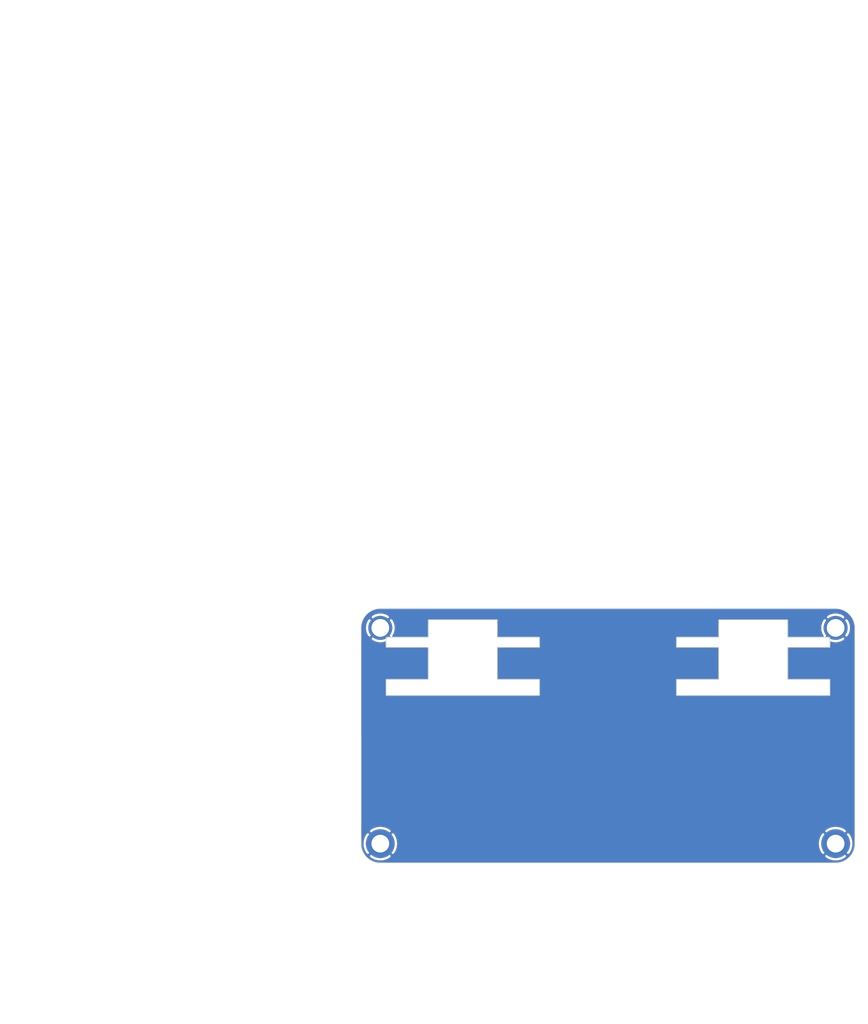
<source format=kicad_pcb>
(kicad_pcb (version 20171130) (host pcbnew 5.1.9-73d0e3b20d~88~ubuntu20.04.1)

  (general
    (thickness 1.6)
    (drawings 44)
    (tracks 0)
    (zones 0)
    (modules 4)
    (nets 2)
  )

  (page A4)
  (layers
    (0 F.Cu signal)
    (31 B.Cu signal)
    (32 B.Adhes user)
    (33 F.Adhes user)
    (34 B.Paste user)
    (35 F.Paste user)
    (36 B.SilkS user)
    (37 F.SilkS user)
    (38 B.Mask user)
    (39 F.Mask user)
    (40 Dwgs.User user)
    (41 Cmts.User user)
    (42 Eco1.User user)
    (43 Eco2.User user)
    (44 Edge.Cuts user)
    (45 Margin user)
    (46 B.CrtYd user)
    (47 F.CrtYd user)
    (48 B.Fab user)
    (49 F.Fab user)
  )

  (setup
    (last_trace_width 0.25)
    (user_trace_width 0.3)
    (user_trace_width 0.4)
    (user_trace_width 0.5)
    (user_trace_width 0.6)
    (user_trace_width 0.8)
    (user_trace_width 1)
    (user_trace_width 0.3)
    (user_trace_width 0.4)
    (user_trace_width 0.5)
    (user_trace_width 0.6)
    (user_trace_width 0.8)
    (user_trace_width 1)
    (user_trace_width 0.3)
    (user_trace_width 0.4)
    (user_trace_width 0.5)
    (user_trace_width 0.6)
    (user_trace_width 0.8)
    (user_trace_width 1)
    (user_trace_width 0.3)
    (user_trace_width 0.4)
    (user_trace_width 0.5)
    (user_trace_width 0.6)
    (user_trace_width 0.8)
    (user_trace_width 1)
    (user_trace_width 0.3)
    (user_trace_width 0.4)
    (user_trace_width 0.5)
    (user_trace_width 0.6)
    (user_trace_width 0.8)
    (user_trace_width 1)
    (trace_clearance 0.2)
    (zone_clearance 0)
    (zone_45_only no)
    (trace_min 0.2)
    (via_size 0.6)
    (via_drill 0.4)
    (via_min_size 0.4)
    (via_min_drill 0.3)
    (uvia_size 0.3)
    (uvia_drill 0.1)
    (uvias_allowed no)
    (uvia_min_size 0.2)
    (uvia_min_drill 0.1)
    (edge_width 0.15)
    (segment_width 0.15)
    (pcb_text_width 0.3)
    (pcb_text_size 1.5 1.5)
    (mod_edge_width 0.15)
    (mod_text_size 1 1)
    (mod_text_width 0.15)
    (pad_size 5 5)
    (pad_drill 3.7)
    (pad_to_mask_clearance 0.2)
    (aux_axis_origin 0 0)
    (grid_origin 135.39724 84.19084)
    (visible_elements FFFFF77F)
    (pcbplotparams
      (layerselection 0x01000_ffffffff)
      (usegerberextensions false)
      (usegerberattributes true)
      (usegerberadvancedattributes true)
      (creategerberjobfile true)
      (excludeedgelayer true)
      (linewidth 0.100000)
      (plotframeref false)
      (viasonmask false)
      (mode 1)
      (useauxorigin false)
      (hpglpennumber 1)
      (hpglpenspeed 20)
      (hpglpendiameter 15.000000)
      (psnegative false)
      (psa4output false)
      (plotreference true)
      (plotvalue true)
      (plotinvisibletext false)
      (padsonsilk false)
      (subtractmaskfromsilk false)
      (outputformat 1)
      (mirror false)
      (drillshape 0)
      (scaleselection 1)
      (outputdirectory "gerberPanel/"))
  )

  (net 0 "")
  (net 1 GND)

  (net_class Default "This is the default net class."
    (clearance 0.2)
    (trace_width 0.25)
    (via_dia 0.6)
    (via_drill 0.4)
    (uvia_dia 0.3)
    (uvia_drill 0.1)
    (add_net GND)
  )

  (module Pin_Headers:Pin_Header_Straight_1x01_Pitch2.54mm (layer F.Cu) (tedit 59F76A34) (tstamp 60B0DCEA)
    (at 134.5438 111.73968)
    (descr "Through hole straight pin header, 1x01, 2.54mm pitch, single row")
    (tags "Through hole pin header THT 1x01 2.54mm single row")
    (fp_text reference REF** (at 0 -2.33) (layer F.SilkS) hide
      (effects (font (size 1 1) (thickness 0.15)))
    )
    (fp_text value Pin_Header_Straight_1x01_Pitch2.54mm (at 0 2.33) (layer F.Fab) hide
      (effects (font (size 1 1) (thickness 0.15)))
    )
    (pad 1 thru_hole circle (at 0 0) (size 6 6) (drill 3.7) (layers *.Cu *.Mask)
      (net 1 GND))
    (model ${KISYS3DMOD}/Pin_Headers.3dshapes/Pin_Header_Straight_1x01_Pitch2.54mm.wrl
      (at (xyz 0 0 0))
      (scale (xyz 1 1 1))
      (rotate (xyz 0 0 0))
    )
  )

  (module Pin_Headers:Pin_Header_Straight_1x01_Pitch2.54mm (layer F.Cu) (tedit 60B1586A) (tstamp 60B0DD71)
    (at 39.51732 66.73596)
    (descr "Through hole straight pin header, 1x01, 2.54mm pitch, single row")
    (tags "Through hole pin header THT 1x01 2.54mm single row")
    (fp_text reference REF** (at 0 -2.33) (layer F.SilkS) hide
      (effects (font (size 1 1) (thickness 0.15)))
    )
    (fp_text value Pin_Header_Straight_1x01_Pitch2.54mm (at 0 2.33) (layer F.Fab) hide
      (effects (font (size 1 1) (thickness 0.15)))
    )
    (pad 1 thru_hole circle (at 0 0) (size 5 5) (drill 3.7) (layers *.Cu *.Mask)
      (net 1 GND))
    (model ${KISYS3DMOD}/Pin_Headers.3dshapes/Pin_Header_Straight_1x01_Pitch2.54mm.wrl
      (at (xyz 0 0 0))
      (scale (xyz 1 1 1))
      (rotate (xyz 0 0 0))
    )
  )

  (module Pin_Headers:Pin_Header_Straight_1x01_Pitch2.54mm (layer F.Cu) (tedit 60B15875) (tstamp 60B0DD39)
    (at 134.5438 66.7385)
    (descr "Through hole straight pin header, 1x01, 2.54mm pitch, single row")
    (tags "Through hole pin header THT 1x01 2.54mm single row")
    (fp_text reference REF** (at 0 -2.33) (layer F.SilkS) hide
      (effects (font (size 1 1) (thickness 0.15)))
    )
    (fp_text value Pin_Header_Straight_1x01_Pitch2.54mm (at 0 2.33) (layer F.Fab) hide
      (effects (font (size 1 1) (thickness 0.15)))
    )
    (pad 1 thru_hole circle (at 0 0) (size 5 5) (drill 3.7) (layers *.Cu *.Mask)
      (net 1 GND))
    (model ${KISYS3DMOD}/Pin_Headers.3dshapes/Pin_Header_Straight_1x01_Pitch2.54mm.wrl
      (at (xyz 0 0 0))
      (scale (xyz 1 1 1))
      (rotate (xyz 0 0 0))
    )
  )

  (module Pin_Headers:Pin_Header_Straight_1x01_Pitch2.54mm (layer F.Cu) (tedit 59F76A38) (tstamp 60B0DD60)
    (at 39.51732 111.73968)
    (descr "Through hole straight pin header, 1x01, 2.54mm pitch, single row")
    (tags "Through hole pin header THT 1x01 2.54mm single row")
    (fp_text reference REF** (at 0 -2.33) (layer F.SilkS) hide
      (effects (font (size 1 1) (thickness 0.15)))
    )
    (fp_text value Pin_Header_Straight_1x01_Pitch2.54mm (at 0 2.33) (layer F.Fab) hide
      (effects (font (size 1 1) (thickness 0.15)))
    )
    (pad 1 thru_hole circle (at 0 0) (size 6 6) (drill 3.7) (layers *.Cu *.Mask)
      (net 1 GND))
    (model ${KISYS3DMOD}/Pin_Headers.3dshapes/Pin_Header_Straight_1x01_Pitch2.54mm.wrl
      (at (xyz 0 0 0))
      (scale (xyz 1 1 1))
      (rotate (xyz 0 0 0))
    )
  )

  (gr_line (start 49.53724 68.68084) (end 40.73724 68.68084) (layer Edge.Cuts) (width 0.15) (tstamp 60B13E6D))
  (gr_line (start 40.73724 70.78084) (end 49.53724 70.78084) (layer Edge.Cuts) (width 0.15) (tstamp 60B13E6C))
  (gr_line (start 40.73724 68.68084) (end 40.73724 70.78084) (layer Edge.Cuts) (width 0.15) (tstamp 60B13E6B))
  (gr_line (start 72.73724 70.78084) (end 63.93724 70.78084) (layer Edge.Cuts) (width 0.15) (tstamp 60B13E6A))
  (gr_line (start 72.73724 68.68084) (end 72.73724 70.78084) (layer Edge.Cuts) (width 0.15) (tstamp 60B13E69))
  (gr_line (start 63.93724 68.68084) (end 72.73724 68.68084) (layer Edge.Cuts) (width 0.15) (tstamp 60B13E68))
  (gr_line (start 49.53724 77.48084) (end 40.73724 77.48084) (layer Edge.Cuts) (width 0.15) (tstamp 60B13E67))
  (gr_line (start 49.53724 65.03084) (end 63.93724 65.03084) (layer Edge.Cuts) (width 0.15) (tstamp 60B13E66))
  (gr_line (start 63.93724 65.03084) (end 63.93724 68.68084) (layer Edge.Cuts) (width 0.15) (tstamp 60B13E65))
  (gr_line (start 72.73724 80.83084) (end 40.73724 80.83084) (layer Edge.Cuts) (width 0.15) (tstamp 60B13E64))
  (gr_line (start 49.53724 68.68084) (end 49.53724 65.03084) (layer Edge.Cuts) (width 0.15) (tstamp 60B13E63))
  (gr_line (start 49.53724 70.78084) (end 49.53724 77.48084) (layer Edge.Cuts) (width 0.15) (tstamp 60B13E62))
  (gr_line (start 63.93724 70.78084) (end 63.93724 77.48084) (layer Edge.Cuts) (width 0.15) (tstamp 60B13E61))
  (gr_line (start 40.73724 77.48084) (end 40.73724 80.83084) (layer Edge.Cuts) (width 0.15) (tstamp 60B13E60))
  (gr_line (start 63.93724 77.48084) (end 72.73724 77.48084) (layer Edge.Cuts) (width 0.15) (tstamp 60B13E5F))
  (gr_line (start 72.73724 77.48084) (end 72.73724 80.83084) (layer Edge.Cuts) (width 0.15) (tstamp 60B13E5E))
  (gr_line (start 110.13724 77.48084) (end 101.33724 77.48084) (layer Edge.Cuts) (width 0.15) (tstamp 60B0E705))
  (gr_line (start 101.33724 77.48084) (end 101.33724 80.83084) (layer Edge.Cuts) (width 0.15) (tstamp 60B13DFC))
  (gr_line (start 124.53724 77.48084) (end 133.33724 77.48084) (layer Edge.Cuts) (width 0.15) (tstamp 60B0E6AC))
  (gr_line (start 133.33724 77.48084) (end 133.33724 80.83084) (layer Edge.Cuts) (width 0.15) (tstamp 60B0E6AA))
  (gr_line (start 124.53724 68.68084) (end 133.33724 68.68084) (layer Edge.Cuts) (width 0.15) (tstamp 60B0E356))
  (gr_line (start 133.33724 68.68084) (end 133.33724 70.78084) (layer Edge.Cuts) (width 0.15) (tstamp 60B0E355))
  (gr_line (start 133.33724 70.78084) (end 124.53724 70.78084) (layer Edge.Cuts) (width 0.15) (tstamp 60B0E354))
  (gr_line (start 101.33724 68.68084) (end 101.33724 70.78084) (layer Edge.Cuts) (width 0.15) (tstamp 60B0E331))
  (gr_line (start 101.33724 70.78084) (end 110.13724 70.78084) (layer Edge.Cuts) (width 0.15) (tstamp 60B0E330))
  (gr_line (start 110.13724 68.68084) (end 101.33724 68.68084) (layer Edge.Cuts) (width 0.15) (tstamp 60B0E32F))
  (gr_line (start 35.51682 111.74804) (end 35.51744 66.741039) (layer Edge.Cuts) (width 0.1))
  (gr_line (start 134.54724 62.72084) (end 39.52748 62.72084) (layer Edge.Cuts) (width 0.1))
  (gr_line (start 138.53724 66.71084) (end 138.535722 111.74804) (layer Edge.Cuts) (width 0.1))
  (gr_arc (start 39.53256 66.73596) (end 39.52748 62.72084) (angle -89.99998573) (layer Edge.Cuts) (width 0.1) (tstamp 60B0DE30))
  (gr_arc (start 134.54724 66.71084) (end 138.53724 66.71084) (angle -90) (layer Edge.Cuts) (width 0.1) (tstamp 60B0DB5B))
  (gr_line (start 124.53724 70.78084) (end 124.53724 77.49084) (layer Edge.Cuts) (width 0.15) (tstamp 60AFB126))
  (gr_line (start 110.13724 70.78084) (end 110.13724 77.49084) (layer Edge.Cuts) (width 0.15) (tstamp 60AFB092))
  (gr_line (start 110.13724 68.68084) (end 110.13724 65.04084) (layer Edge.Cuts) (width 0.15) (tstamp 60AFAC57))
  (gr_line (start 133.33724 80.83084) (end 101.33724 80.83084) (layer Edge.Cuts) (width 0.15) (tstamp 60B13A8D))
  (gr_line (start 124.53724 65.04084) (end 124.53724 68.68084) (layer Edge.Cuts) (width 0.15))
  (gr_line (start 110.13724 65.04084) (end 124.53724 65.04084) (layer Edge.Cuts) (width 0.15) (tstamp 60B13DAD))
  (gr_line (start -9.398164 149.33084) (end -9.398164 149.33084) (layer Edge.Cuts) (width 0.1))
  (gr_line (start 134.545722 115.73804) (end 39.50682 115.73804) (layer Edge.Cuts) (width 0.1) (tstamp 607F3905))
  (gr_arc (start 134.545722 111.74804) (end 134.545722 115.73804) (angle -90) (layer Edge.Cuts) (width 0.1) (tstamp 607F3902))
  (gr_arc (start 39.50682 111.74804) (end 35.51682 111.74804) (angle -90) (layer Edge.Cuts) (width 0.1) (tstamp 60B0DEC6))
  (gr_line (start -20.15 -64.2) (end -20.15 -64.2) (layer Edge.Cuts) (width 0.1))
  (gr_line (start -22.76276 21.29084) (end -22.76276 21.29084) (layer Edge.Cuts) (width 0.1))
  (gr_line (start -39.80276 22.28084) (end -39.80276 22.28084) (layer Edge.Cuts) (width 0.1))

  (zone (net 1) (net_name GND) (layer F.Cu) (tstamp 0) (hatch edge 0.508)
    (connect_pads (clearance 0))
    (min_thickness 0.254)
    (fill yes (arc_segments 32) (thermal_gap 0.508) (thermal_bridge_width 0.508))
    (polygon
      (pts
        (xy 141.31724 118.98084) (xy 32.86724 118.98084) (xy 32.86724 60.21084) (xy 141.31724 60.21084)
      )
    )
    (filled_polygon
      (pts
        (xy 135.287687 62.97129) (xy 135.999937 63.18633) (xy 136.656855 63.53562) (xy 137.23341 64.005848) (xy 137.707657 64.579112)
        (xy 138.061523 65.233573) (xy 138.281529 65.9443) (xy 138.360175 66.692565) (xy 138.360241 66.711367) (xy 138.358723 111.73938)
        (xy 138.285271 112.488491) (xy 138.07023 113.20074) (xy 137.720943 113.857652) (xy 137.250714 114.434211) (xy 136.67745 114.908457)
        (xy 136.022989 115.262323) (xy 135.312262 115.482329) (xy 134.563997 115.560975) (xy 134.545393 115.56104) (xy 39.515474 115.56104)
        (xy 38.766369 115.487589) (xy 38.05412 115.272548) (xy 37.397208 114.923261) (xy 36.820649 114.453032) (xy 36.692698 114.298366)
        (xy 37.138239 114.298366) (xy 37.474426 114.767548) (xy 38.104388 115.107917) (xy 38.788647 115.318846) (xy 39.500909 115.39223)
        (xy 40.213802 115.325249) (xy 40.899929 115.120476) (xy 41.532923 114.785782) (xy 41.560214 114.767548) (xy 41.896401 114.298366)
        (xy 132.164719 114.298366) (xy 132.500906 114.767548) (xy 133.130868 115.107917) (xy 133.815127 115.318846) (xy 134.527389 115.39223)
        (xy 135.240282 115.325249) (xy 135.926409 115.120476) (xy 136.559403 114.785782) (xy 136.586694 114.767548) (xy 136.922881 114.298366)
        (xy 134.5438 111.919285) (xy 132.164719 114.298366) (xy 41.896401 114.298366) (xy 39.51732 111.919285) (xy 37.138239 114.298366)
        (xy 36.692698 114.298366) (xy 36.346403 113.879768) (xy 35.992537 113.225307) (xy 35.772531 112.51458) (xy 35.693885 111.766315)
        (xy 35.693819 111.747424) (xy 35.693819 111.723269) (xy 35.86477 111.723269) (xy 35.931751 112.436162) (xy 36.136524 113.122289)
        (xy 36.471218 113.755283) (xy 36.489452 113.782574) (xy 36.958634 114.118761) (xy 39.337715 111.73968) (xy 39.696925 111.73968)
        (xy 42.076006 114.118761) (xy 42.545188 113.782574) (xy 42.885557 113.152612) (xy 43.096486 112.468353) (xy 43.16987 111.756091)
        (xy 43.166787 111.723269) (xy 130.89125 111.723269) (xy 130.958231 112.436162) (xy 131.163004 113.122289) (xy 131.497698 113.755283)
        (xy 131.515932 113.782574) (xy 131.985114 114.118761) (xy 134.364195 111.73968) (xy 134.723405 111.73968) (xy 137.102486 114.118761)
        (xy 137.571668 113.782574) (xy 137.912037 113.152612) (xy 138.122966 112.468353) (xy 138.19635 111.756091) (xy 138.129369 111.043198)
        (xy 137.924596 110.357071) (xy 137.589902 109.724077) (xy 137.571668 109.696786) (xy 137.102486 109.360599) (xy 134.723405 111.73968)
        (xy 134.364195 111.73968) (xy 131.985114 109.360599) (xy 131.515932 109.696786) (xy 131.175563 110.326748) (xy 130.964634 111.011007)
        (xy 130.89125 111.723269) (xy 43.166787 111.723269) (xy 43.102889 111.043198) (xy 42.898116 110.357071) (xy 42.563422 109.724077)
        (xy 42.545188 109.696786) (xy 42.076006 109.360599) (xy 39.696925 111.73968) (xy 39.337715 111.73968) (xy 36.958634 109.360599)
        (xy 36.489452 109.696786) (xy 36.149083 110.326748) (xy 35.938154 111.011007) (xy 35.86477 111.723269) (xy 35.693819 111.723269)
        (xy 35.693854 109.180994) (xy 37.138239 109.180994) (xy 39.51732 111.560075) (xy 41.896401 109.180994) (xy 132.164719 109.180994)
        (xy 134.5438 111.560075) (xy 136.922881 109.180994) (xy 136.586694 108.711812) (xy 135.956732 108.371443) (xy 135.272473 108.160514)
        (xy 134.560211 108.08713) (xy 133.847318 108.154111) (xy 133.161191 108.358884) (xy 132.528197 108.693578) (xy 132.500906 108.711812)
        (xy 132.164719 109.180994) (xy 41.896401 109.180994) (xy 41.560214 108.711812) (xy 40.930252 108.371443) (xy 40.245993 108.160514)
        (xy 39.533731 108.08713) (xy 38.820838 108.154111) (xy 38.134711 108.358884) (xy 37.501717 108.693578) (xy 37.474426 108.711812)
        (xy 37.138239 109.180994) (xy 35.693854 109.180994) (xy 35.694409 68.939108) (xy 37.493777 68.939108) (xy 37.769947 69.357078)
        (xy 38.314877 69.647609) (xy 38.906016 69.826247) (xy 39.520648 69.886128) (xy 40.135151 69.82495) (xy 40.53524 69.703123)
        (xy 40.535241 70.77091) (xy 40.534263 70.78084) (xy 40.538163 70.820439) (xy 40.549714 70.858516) (xy 40.568471 70.893608)
        (xy 40.593714 70.924366) (xy 40.624472 70.949609) (xy 40.659564 70.968366) (xy 40.697641 70.979917) (xy 40.72732 70.98284)
        (xy 40.73724 70.983817) (xy 40.74716 70.98284) (xy 49.33524 70.98284) (xy 49.335241 77.27884) (xy 40.74716 77.27884)
        (xy 40.73724 77.277863) (xy 40.72732 77.27884) (xy 40.697641 77.281763) (xy 40.659564 77.293314) (xy 40.624472 77.312071)
        (xy 40.593714 77.337314) (xy 40.568471 77.368072) (xy 40.549714 77.403164) (xy 40.538163 77.441241) (xy 40.534263 77.48084)
        (xy 40.53524 77.49076) (xy 40.535241 80.82091) (xy 40.534263 80.83084) (xy 40.538163 80.870439) (xy 40.549714 80.908516)
        (xy 40.568471 80.943608) (xy 40.593714 80.974366) (xy 40.624472 80.999609) (xy 40.659564 81.018366) (xy 40.697641 81.029917)
        (xy 40.72732 81.03284) (xy 40.73724 81.033817) (xy 40.74716 81.03284) (xy 72.72732 81.03284) (xy 72.73724 81.033817)
        (xy 72.74716 81.03284) (xy 72.776839 81.029917) (xy 72.814916 81.018366) (xy 72.850008 80.999609) (xy 72.880766 80.974366)
        (xy 72.906009 80.943608) (xy 72.924766 80.908516) (xy 72.936317 80.870439) (xy 72.940217 80.83084) (xy 72.93924 80.82092)
        (xy 72.93924 77.49076) (xy 72.940217 77.48084) (xy 72.936317 77.441241) (xy 72.924766 77.403164) (xy 72.906009 77.368072)
        (xy 72.880766 77.337314) (xy 72.850008 77.312071) (xy 72.814916 77.293314) (xy 72.776839 77.281763) (xy 72.74716 77.27884)
        (xy 72.73724 77.277863) (xy 72.72732 77.27884) (xy 64.13924 77.27884) (xy 64.13924 70.98284) (xy 72.72732 70.98284)
        (xy 72.73724 70.983817) (xy 72.74716 70.98284) (xy 72.776839 70.979917) (xy 72.814916 70.968366) (xy 72.850008 70.949609)
        (xy 72.880766 70.924366) (xy 72.906009 70.893608) (xy 72.924766 70.858516) (xy 72.936317 70.820439) (xy 72.940217 70.78084)
        (xy 72.93924 70.77092) (xy 72.93924 68.690759) (xy 72.940217 68.68084) (xy 101.134263 68.68084) (xy 101.13524 68.690759)
        (xy 101.135241 70.77091) (xy 101.134263 70.78084) (xy 101.138163 70.820439) (xy 101.149714 70.858516) (xy 101.168471 70.893608)
        (xy 101.193714 70.924366) (xy 101.224472 70.949609) (xy 101.259564 70.968366) (xy 101.297641 70.979917) (xy 101.32732 70.98284)
        (xy 101.33724 70.983817) (xy 101.34716 70.98284) (xy 109.93524 70.98284) (xy 109.935241 77.27884) (xy 101.34716 77.27884)
        (xy 101.33724 77.277863) (xy 101.32732 77.27884) (xy 101.297641 77.281763) (xy 101.259564 77.293314) (xy 101.224472 77.312071)
        (xy 101.193714 77.337314) (xy 101.168471 77.368072) (xy 101.149714 77.403164) (xy 101.138163 77.441241) (xy 101.134263 77.48084)
        (xy 101.13524 77.49076) (xy 101.135241 80.82091) (xy 101.134263 80.83084) (xy 101.138163 80.870439) (xy 101.149714 80.908516)
        (xy 101.168471 80.943608) (xy 101.193714 80.974366) (xy 101.224472 80.999609) (xy 101.259564 81.018366) (xy 101.297641 81.029917)
        (xy 101.32732 81.03284) (xy 101.33724 81.033817) (xy 101.34716 81.03284) (xy 133.32732 81.03284) (xy 133.33724 81.033817)
        (xy 133.34716 81.03284) (xy 133.376839 81.029917) (xy 133.414916 81.018366) (xy 133.450008 80.999609) (xy 133.480766 80.974366)
        (xy 133.506009 80.943608) (xy 133.524766 80.908516) (xy 133.536317 80.870439) (xy 133.540217 80.83084) (xy 133.53924 80.82092)
        (xy 133.53924 77.49076) (xy 133.540217 77.48084) (xy 133.536317 77.441241) (xy 133.524766 77.403164) (xy 133.506009 77.368072)
        (xy 133.480766 77.337314) (xy 133.450008 77.312071) (xy 133.414916 77.293314) (xy 133.376839 77.281763) (xy 133.34716 77.27884)
        (xy 133.33724 77.277863) (xy 133.32732 77.27884) (xy 124.73924 77.27884) (xy 124.73924 70.98284) (xy 133.32732 70.98284)
        (xy 133.33724 70.983817) (xy 133.34716 70.98284) (xy 133.376839 70.979917) (xy 133.414916 70.968366) (xy 133.450008 70.949609)
        (xy 133.480766 70.924366) (xy 133.506009 70.893608) (xy 133.524766 70.858516) (xy 133.536317 70.820439) (xy 133.540217 70.78084)
        (xy 133.53924 70.77092) (xy 133.53924 69.709948) (xy 133.932496 69.828787) (xy 134.547128 69.888668) (xy 135.161631 69.82749)
        (xy 135.752392 69.647603) (xy 136.291173 69.359618) (xy 136.567343 68.941648) (xy 134.5438 66.918105) (xy 132.983065 68.47884)
        (xy 132.623855 68.47884) (xy 134.364195 66.7385) (xy 134.723405 66.7385) (xy 136.746948 68.762043) (xy 137.164918 68.485873)
        (xy 137.455449 67.940943) (xy 137.634087 67.349804) (xy 137.693968 66.735172) (xy 137.63279 66.120669) (xy 137.452903 65.529908)
        (xy 137.164918 64.991127) (xy 136.746948 64.714957) (xy 134.723405 66.7385) (xy 134.364195 66.7385) (xy 132.340652 64.714957)
        (xy 131.922682 64.991127) (xy 131.632151 65.536057) (xy 131.453513 66.127196) (xy 131.393632 66.741828) (xy 131.45481 67.356331)
        (xy 131.634697 67.947092) (xy 131.918923 68.47884) (xy 124.73924 68.47884) (xy 124.73924 65.05076) (xy 124.740217 65.04084)
        (xy 124.736317 65.001241) (xy 124.724766 64.963164) (xy 124.706009 64.928072) (xy 124.680766 64.897314) (xy 124.650008 64.872071)
        (xy 124.614916 64.853314) (xy 124.576839 64.841763) (xy 124.54716 64.83884) (xy 124.53724 64.837863) (xy 124.52732 64.83884)
        (xy 110.14716 64.83884) (xy 110.13724 64.837863) (xy 110.12732 64.83884) (xy 110.097641 64.841763) (xy 110.059564 64.853314)
        (xy 110.024472 64.872071) (xy 109.993714 64.897314) (xy 109.968471 64.928072) (xy 109.949714 64.963164) (xy 109.938163 65.001241)
        (xy 109.934263 65.04084) (xy 109.935241 65.05077) (xy 109.93524 68.47884) (xy 101.34716 68.47884) (xy 101.33724 68.477863)
        (xy 101.32732 68.47884) (xy 101.297641 68.481763) (xy 101.259564 68.493314) (xy 101.224472 68.512071) (xy 101.193714 68.537314)
        (xy 101.168471 68.568072) (xy 101.149714 68.603164) (xy 101.138163 68.641241) (xy 101.134263 68.68084) (xy 72.940217 68.68084)
        (xy 72.936317 68.641241) (xy 72.924766 68.603164) (xy 72.906009 68.568072) (xy 72.880766 68.537314) (xy 72.850008 68.512071)
        (xy 72.814916 68.493314) (xy 72.776839 68.481763) (xy 72.74716 68.47884) (xy 72.73724 68.477863) (xy 72.72732 68.47884)
        (xy 64.13924 68.47884) (xy 64.13924 65.04076) (xy 64.140217 65.03084) (xy 64.136317 64.991241) (xy 64.124766 64.953164)
        (xy 64.106009 64.918072) (xy 64.080766 64.887314) (xy 64.050008 64.862071) (xy 64.014916 64.843314) (xy 63.976839 64.831763)
        (xy 63.94716 64.82884) (xy 63.93724 64.827863) (xy 63.92732 64.82884) (xy 49.54716 64.82884) (xy 49.53724 64.827863)
        (xy 49.52732 64.82884) (xy 49.497641 64.831763) (xy 49.459564 64.843314) (xy 49.424472 64.862071) (xy 49.393714 64.887314)
        (xy 49.368471 64.918072) (xy 49.349714 64.953164) (xy 49.338163 64.991241) (xy 49.334263 65.03084) (xy 49.335241 65.04077)
        (xy 49.33524 68.47884) (xy 42.140833 68.47884) (xy 42.428969 67.938403) (xy 42.607607 67.347264) (xy 42.667488 66.732632)
        (xy 42.60631 66.118129) (xy 42.426423 65.527368) (xy 42.138438 64.988587) (xy 41.720468 64.712417) (xy 39.696925 66.73596)
        (xy 41.439805 68.47884) (xy 41.080595 68.47884) (xy 39.51732 66.915565) (xy 37.493777 68.939108) (xy 35.694409 68.939108)
        (xy 35.69444 66.749586) (xy 35.695436 66.739288) (xy 36.367152 66.739288) (xy 36.42833 67.353791) (xy 36.608217 67.944552)
        (xy 36.896202 68.483333) (xy 37.314172 68.759503) (xy 39.337715 66.73596) (xy 37.314172 64.712417) (xy 36.896202 64.988587)
        (xy 36.605671 65.533517) (xy 36.427033 66.124656) (xy 36.367152 66.739288) (xy 35.695436 66.739288) (xy 35.767426 65.995391)
        (xy 35.982975 65.27818) (xy 36.333728 64.616493) (xy 36.4018 64.532812) (xy 37.493777 64.532812) (xy 39.51732 66.556355)
        (xy 41.538323 64.535352) (xy 132.520257 64.535352) (xy 134.5438 66.558895) (xy 136.567343 64.535352) (xy 136.291173 64.117382)
        (xy 135.746243 63.826851) (xy 135.155104 63.648213) (xy 134.540472 63.588332) (xy 133.925969 63.64951) (xy 133.335208 63.829397)
        (xy 132.796427 64.117382) (xy 132.520257 64.535352) (xy 41.538323 64.535352) (xy 41.540863 64.532812) (xy 41.264693 64.114842)
        (xy 40.719763 63.824311) (xy 40.128624 63.645673) (xy 39.513992 63.585792) (xy 38.899489 63.64697) (xy 38.308728 63.826857)
        (xy 37.769947 64.114842) (xy 37.493777 64.532812) (xy 36.4018 64.532812) (xy 36.806326 64.03553) (xy 37.382761 63.557432)
        (xy 38.041081 63.200402) (xy 38.756214 62.97804) (xy 39.50926 62.897928) (xy 39.527899 62.89784) (xy 134.538586 62.89784)
      )
    )
  )
  (zone (net 1) (net_name GND) (layer B.Cu) (tstamp 0) (hatch edge 0.508)
    (connect_pads (clearance 0))
    (min_thickness 0.254)
    (fill yes (arc_segments 32) (thermal_gap 0.508) (thermal_bridge_width 0.508))
    (polygon
      (pts
        (xy 141.30724 119.01084) (xy 32.86724 119.01084) (xy 32.86724 60.21084) (xy 141.30724 60.21084)
      )
    )
    (filled_polygon
      (pts
        (xy 135.287687 62.97129) (xy 135.999937 63.18633) (xy 136.656855 63.53562) (xy 137.23341 64.005848) (xy 137.707657 64.579112)
        (xy 138.061523 65.233573) (xy 138.281529 65.9443) (xy 138.360175 66.692565) (xy 138.360241 66.711367) (xy 138.358723 111.73938)
        (xy 138.285271 112.488491) (xy 138.07023 113.20074) (xy 137.720943 113.857652) (xy 137.250714 114.434211) (xy 136.67745 114.908457)
        (xy 136.022989 115.262323) (xy 135.312262 115.482329) (xy 134.563997 115.560975) (xy 134.545393 115.56104) (xy 39.515474 115.56104)
        (xy 38.766369 115.487589) (xy 38.05412 115.272548) (xy 37.397208 114.923261) (xy 36.820649 114.453032) (xy 36.692698 114.298366)
        (xy 37.138239 114.298366) (xy 37.474426 114.767548) (xy 38.104388 115.107917) (xy 38.788647 115.318846) (xy 39.500909 115.39223)
        (xy 40.213802 115.325249) (xy 40.899929 115.120476) (xy 41.532923 114.785782) (xy 41.560214 114.767548) (xy 41.896401 114.298366)
        (xy 132.164719 114.298366) (xy 132.500906 114.767548) (xy 133.130868 115.107917) (xy 133.815127 115.318846) (xy 134.527389 115.39223)
        (xy 135.240282 115.325249) (xy 135.926409 115.120476) (xy 136.559403 114.785782) (xy 136.586694 114.767548) (xy 136.922881 114.298366)
        (xy 134.5438 111.919285) (xy 132.164719 114.298366) (xy 41.896401 114.298366) (xy 39.51732 111.919285) (xy 37.138239 114.298366)
        (xy 36.692698 114.298366) (xy 36.346403 113.879768) (xy 35.992537 113.225307) (xy 35.772531 112.51458) (xy 35.693885 111.766315)
        (xy 35.693819 111.747424) (xy 35.693819 111.723269) (xy 35.86477 111.723269) (xy 35.931751 112.436162) (xy 36.136524 113.122289)
        (xy 36.471218 113.755283) (xy 36.489452 113.782574) (xy 36.958634 114.118761) (xy 39.337715 111.73968) (xy 39.696925 111.73968)
        (xy 42.076006 114.118761) (xy 42.545188 113.782574) (xy 42.885557 113.152612) (xy 43.096486 112.468353) (xy 43.16987 111.756091)
        (xy 43.166787 111.723269) (xy 130.89125 111.723269) (xy 130.958231 112.436162) (xy 131.163004 113.122289) (xy 131.497698 113.755283)
        (xy 131.515932 113.782574) (xy 131.985114 114.118761) (xy 134.364195 111.73968) (xy 134.723405 111.73968) (xy 137.102486 114.118761)
        (xy 137.571668 113.782574) (xy 137.912037 113.152612) (xy 138.122966 112.468353) (xy 138.19635 111.756091) (xy 138.129369 111.043198)
        (xy 137.924596 110.357071) (xy 137.589902 109.724077) (xy 137.571668 109.696786) (xy 137.102486 109.360599) (xy 134.723405 111.73968)
        (xy 134.364195 111.73968) (xy 131.985114 109.360599) (xy 131.515932 109.696786) (xy 131.175563 110.326748) (xy 130.964634 111.011007)
        (xy 130.89125 111.723269) (xy 43.166787 111.723269) (xy 43.102889 111.043198) (xy 42.898116 110.357071) (xy 42.563422 109.724077)
        (xy 42.545188 109.696786) (xy 42.076006 109.360599) (xy 39.696925 111.73968) (xy 39.337715 111.73968) (xy 36.958634 109.360599)
        (xy 36.489452 109.696786) (xy 36.149083 110.326748) (xy 35.938154 111.011007) (xy 35.86477 111.723269) (xy 35.693819 111.723269)
        (xy 35.693854 109.180994) (xy 37.138239 109.180994) (xy 39.51732 111.560075) (xy 41.896401 109.180994) (xy 132.164719 109.180994)
        (xy 134.5438 111.560075) (xy 136.922881 109.180994) (xy 136.586694 108.711812) (xy 135.956732 108.371443) (xy 135.272473 108.160514)
        (xy 134.560211 108.08713) (xy 133.847318 108.154111) (xy 133.161191 108.358884) (xy 132.528197 108.693578) (xy 132.500906 108.711812)
        (xy 132.164719 109.180994) (xy 41.896401 109.180994) (xy 41.560214 108.711812) (xy 40.930252 108.371443) (xy 40.245993 108.160514)
        (xy 39.533731 108.08713) (xy 38.820838 108.154111) (xy 38.134711 108.358884) (xy 37.501717 108.693578) (xy 37.474426 108.711812)
        (xy 37.138239 109.180994) (xy 35.693854 109.180994) (xy 35.694409 68.939108) (xy 37.493777 68.939108) (xy 37.769947 69.357078)
        (xy 38.314877 69.647609) (xy 38.906016 69.826247) (xy 39.520648 69.886128) (xy 40.135151 69.82495) (xy 40.53524 69.703123)
        (xy 40.535241 70.77091) (xy 40.534263 70.78084) (xy 40.538163 70.820439) (xy 40.549714 70.858516) (xy 40.568471 70.893608)
        (xy 40.593714 70.924366) (xy 40.624472 70.949609) (xy 40.659564 70.968366) (xy 40.697641 70.979917) (xy 40.72732 70.98284)
        (xy 40.73724 70.983817) (xy 40.74716 70.98284) (xy 49.33524 70.98284) (xy 49.335241 77.27884) (xy 40.74716 77.27884)
        (xy 40.73724 77.277863) (xy 40.72732 77.27884) (xy 40.697641 77.281763) (xy 40.659564 77.293314) (xy 40.624472 77.312071)
        (xy 40.593714 77.337314) (xy 40.568471 77.368072) (xy 40.549714 77.403164) (xy 40.538163 77.441241) (xy 40.534263 77.48084)
        (xy 40.53524 77.49076) (xy 40.535241 80.82091) (xy 40.534263 80.83084) (xy 40.538163 80.870439) (xy 40.549714 80.908516)
        (xy 40.568471 80.943608) (xy 40.593714 80.974366) (xy 40.624472 80.999609) (xy 40.659564 81.018366) (xy 40.697641 81.029917)
        (xy 40.72732 81.03284) (xy 40.73724 81.033817) (xy 40.74716 81.03284) (xy 72.72732 81.03284) (xy 72.73724 81.033817)
        (xy 72.74716 81.03284) (xy 72.776839 81.029917) (xy 72.814916 81.018366) (xy 72.850008 80.999609) (xy 72.880766 80.974366)
        (xy 72.906009 80.943608) (xy 72.924766 80.908516) (xy 72.936317 80.870439) (xy 72.940217 80.83084) (xy 72.93924 80.82092)
        (xy 72.93924 77.49076) (xy 72.940217 77.48084) (xy 72.936317 77.441241) (xy 72.924766 77.403164) (xy 72.906009 77.368072)
        (xy 72.880766 77.337314) (xy 72.850008 77.312071) (xy 72.814916 77.293314) (xy 72.776839 77.281763) (xy 72.74716 77.27884)
        (xy 72.73724 77.277863) (xy 72.72732 77.27884) (xy 64.13924 77.27884) (xy 64.13924 70.98284) (xy 72.72732 70.98284)
        (xy 72.73724 70.983817) (xy 72.74716 70.98284) (xy 72.776839 70.979917) (xy 72.814916 70.968366) (xy 72.850008 70.949609)
        (xy 72.880766 70.924366) (xy 72.906009 70.893608) (xy 72.924766 70.858516) (xy 72.936317 70.820439) (xy 72.940217 70.78084)
        (xy 72.93924 70.77092) (xy 72.93924 68.690759) (xy 72.940217 68.68084) (xy 101.134263 68.68084) (xy 101.13524 68.690759)
        (xy 101.135241 70.77091) (xy 101.134263 70.78084) (xy 101.138163 70.820439) (xy 101.149714 70.858516) (xy 101.168471 70.893608)
        (xy 101.193714 70.924366) (xy 101.224472 70.949609) (xy 101.259564 70.968366) (xy 101.297641 70.979917) (xy 101.32732 70.98284)
        (xy 101.33724 70.983817) (xy 101.34716 70.98284) (xy 109.93524 70.98284) (xy 109.935241 77.27884) (xy 101.34716 77.27884)
        (xy 101.33724 77.277863) (xy 101.32732 77.27884) (xy 101.297641 77.281763) (xy 101.259564 77.293314) (xy 101.224472 77.312071)
        (xy 101.193714 77.337314) (xy 101.168471 77.368072) (xy 101.149714 77.403164) (xy 101.138163 77.441241) (xy 101.134263 77.48084)
        (xy 101.13524 77.49076) (xy 101.135241 80.82091) (xy 101.134263 80.83084) (xy 101.138163 80.870439) (xy 101.149714 80.908516)
        (xy 101.168471 80.943608) (xy 101.193714 80.974366) (xy 101.224472 80.999609) (xy 101.259564 81.018366) (xy 101.297641 81.029917)
        (xy 101.32732 81.03284) (xy 101.33724 81.033817) (xy 101.34716 81.03284) (xy 133.32732 81.03284) (xy 133.33724 81.033817)
        (xy 133.34716 81.03284) (xy 133.376839 81.029917) (xy 133.414916 81.018366) (xy 133.450008 80.999609) (xy 133.480766 80.974366)
        (xy 133.506009 80.943608) (xy 133.524766 80.908516) (xy 133.536317 80.870439) (xy 133.540217 80.83084) (xy 133.53924 80.82092)
        (xy 133.53924 77.49076) (xy 133.540217 77.48084) (xy 133.536317 77.441241) (xy 133.524766 77.403164) (xy 133.506009 77.368072)
        (xy 133.480766 77.337314) (xy 133.450008 77.312071) (xy 133.414916 77.293314) (xy 133.376839 77.281763) (xy 133.34716 77.27884)
        (xy 133.33724 77.277863) (xy 133.32732 77.27884) (xy 124.73924 77.27884) (xy 124.73924 70.98284) (xy 133.32732 70.98284)
        (xy 133.33724 70.983817) (xy 133.34716 70.98284) (xy 133.376839 70.979917) (xy 133.414916 70.968366) (xy 133.450008 70.949609)
        (xy 133.480766 70.924366) (xy 133.506009 70.893608) (xy 133.524766 70.858516) (xy 133.536317 70.820439) (xy 133.540217 70.78084)
        (xy 133.53924 70.77092) (xy 133.53924 69.709948) (xy 133.932496 69.828787) (xy 134.547128 69.888668) (xy 135.161631 69.82749)
        (xy 135.752392 69.647603) (xy 136.291173 69.359618) (xy 136.567343 68.941648) (xy 134.5438 66.918105) (xy 132.983065 68.47884)
        (xy 132.623855 68.47884) (xy 134.364195 66.7385) (xy 134.723405 66.7385) (xy 136.746948 68.762043) (xy 137.164918 68.485873)
        (xy 137.455449 67.940943) (xy 137.634087 67.349804) (xy 137.693968 66.735172) (xy 137.63279 66.120669) (xy 137.452903 65.529908)
        (xy 137.164918 64.991127) (xy 136.746948 64.714957) (xy 134.723405 66.7385) (xy 134.364195 66.7385) (xy 132.340652 64.714957)
        (xy 131.922682 64.991127) (xy 131.632151 65.536057) (xy 131.453513 66.127196) (xy 131.393632 66.741828) (xy 131.45481 67.356331)
        (xy 131.634697 67.947092) (xy 131.918923 68.47884) (xy 124.73924 68.47884) (xy 124.73924 65.05076) (xy 124.740217 65.04084)
        (xy 124.736317 65.001241) (xy 124.724766 64.963164) (xy 124.706009 64.928072) (xy 124.680766 64.897314) (xy 124.650008 64.872071)
        (xy 124.614916 64.853314) (xy 124.576839 64.841763) (xy 124.54716 64.83884) (xy 124.53724 64.837863) (xy 124.52732 64.83884)
        (xy 110.14716 64.83884) (xy 110.13724 64.837863) (xy 110.12732 64.83884) (xy 110.097641 64.841763) (xy 110.059564 64.853314)
        (xy 110.024472 64.872071) (xy 109.993714 64.897314) (xy 109.968471 64.928072) (xy 109.949714 64.963164) (xy 109.938163 65.001241)
        (xy 109.934263 65.04084) (xy 109.935241 65.05077) (xy 109.93524 68.47884) (xy 101.34716 68.47884) (xy 101.33724 68.477863)
        (xy 101.32732 68.47884) (xy 101.297641 68.481763) (xy 101.259564 68.493314) (xy 101.224472 68.512071) (xy 101.193714 68.537314)
        (xy 101.168471 68.568072) (xy 101.149714 68.603164) (xy 101.138163 68.641241) (xy 101.134263 68.68084) (xy 72.940217 68.68084)
        (xy 72.936317 68.641241) (xy 72.924766 68.603164) (xy 72.906009 68.568072) (xy 72.880766 68.537314) (xy 72.850008 68.512071)
        (xy 72.814916 68.493314) (xy 72.776839 68.481763) (xy 72.74716 68.47884) (xy 72.73724 68.477863) (xy 72.72732 68.47884)
        (xy 64.13924 68.47884) (xy 64.13924 65.04076) (xy 64.140217 65.03084) (xy 64.136317 64.991241) (xy 64.124766 64.953164)
        (xy 64.106009 64.918072) (xy 64.080766 64.887314) (xy 64.050008 64.862071) (xy 64.014916 64.843314) (xy 63.976839 64.831763)
        (xy 63.94716 64.82884) (xy 63.93724 64.827863) (xy 63.92732 64.82884) (xy 49.54716 64.82884) (xy 49.53724 64.827863)
        (xy 49.52732 64.82884) (xy 49.497641 64.831763) (xy 49.459564 64.843314) (xy 49.424472 64.862071) (xy 49.393714 64.887314)
        (xy 49.368471 64.918072) (xy 49.349714 64.953164) (xy 49.338163 64.991241) (xy 49.334263 65.03084) (xy 49.335241 65.04077)
        (xy 49.33524 68.47884) (xy 42.140833 68.47884) (xy 42.428969 67.938403) (xy 42.607607 67.347264) (xy 42.667488 66.732632)
        (xy 42.60631 66.118129) (xy 42.426423 65.527368) (xy 42.138438 64.988587) (xy 41.720468 64.712417) (xy 39.696925 66.73596)
        (xy 41.439805 68.47884) (xy 41.080595 68.47884) (xy 39.51732 66.915565) (xy 37.493777 68.939108) (xy 35.694409 68.939108)
        (xy 35.69444 66.749586) (xy 35.695436 66.739288) (xy 36.367152 66.739288) (xy 36.42833 67.353791) (xy 36.608217 67.944552)
        (xy 36.896202 68.483333) (xy 37.314172 68.759503) (xy 39.337715 66.73596) (xy 37.314172 64.712417) (xy 36.896202 64.988587)
        (xy 36.605671 65.533517) (xy 36.427033 66.124656) (xy 36.367152 66.739288) (xy 35.695436 66.739288) (xy 35.767426 65.995391)
        (xy 35.982975 65.27818) (xy 36.333728 64.616493) (xy 36.4018 64.532812) (xy 37.493777 64.532812) (xy 39.51732 66.556355)
        (xy 41.538323 64.535352) (xy 132.520257 64.535352) (xy 134.5438 66.558895) (xy 136.567343 64.535352) (xy 136.291173 64.117382)
        (xy 135.746243 63.826851) (xy 135.155104 63.648213) (xy 134.540472 63.588332) (xy 133.925969 63.64951) (xy 133.335208 63.829397)
        (xy 132.796427 64.117382) (xy 132.520257 64.535352) (xy 41.538323 64.535352) (xy 41.540863 64.532812) (xy 41.264693 64.114842)
        (xy 40.719763 63.824311) (xy 40.128624 63.645673) (xy 39.513992 63.585792) (xy 38.899489 63.64697) (xy 38.308728 63.826857)
        (xy 37.769947 64.114842) (xy 37.493777 64.532812) (xy 36.4018 64.532812) (xy 36.806326 64.03553) (xy 37.382761 63.557432)
        (xy 38.041081 63.200402) (xy 38.756214 62.97804) (xy 39.50926 62.897928) (xy 39.527899 62.89784) (xy 134.538586 62.89784)
      )
    )
  )
)

</source>
